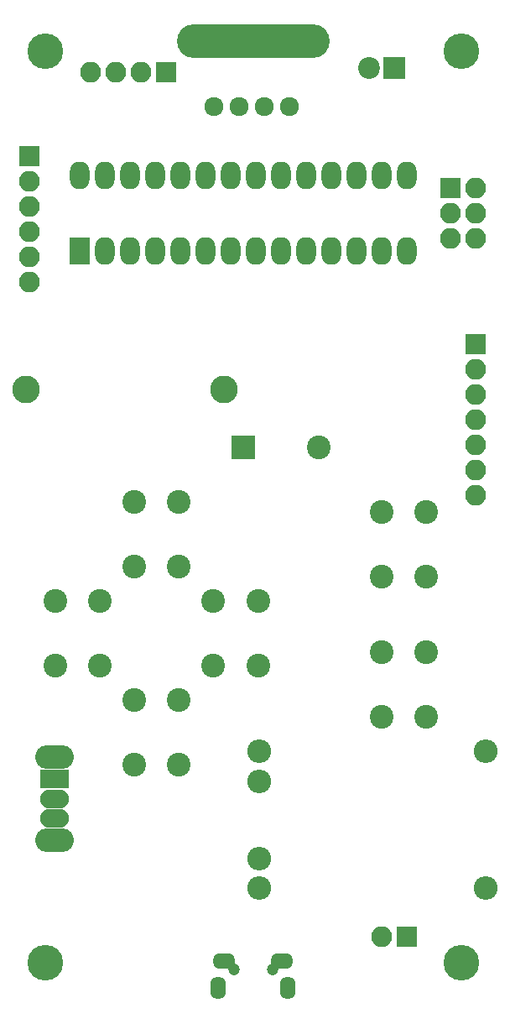
<source format=gbs>
G04 #@! TF.GenerationSoftware,KiCad,Pcbnew,(5.0.0)*
G04 #@! TF.CreationDate,2019-04-09T22:58:22-03:00*
G04 #@! TF.ProjectId,FranzBoy,4672616E7A426F792E6B696361645F70,rev?*
G04 #@! TF.SameCoordinates,Original*
G04 #@! TF.FileFunction,Soldermask,Bot*
G04 #@! TF.FilePolarity,Negative*
%FSLAX46Y46*%
G04 Gerber Fmt 4.6, Leading zero omitted, Abs format (unit mm)*
G04 Created by KiCad (PCBNEW (5.0.0)) date 04/09/19 22:58:22*
%MOMM*%
%LPD*%
G01*
G04 APERTURE LIST*
%ADD10O,2.400000X2.400000*%
%ADD11C,3.600000*%
%ADD12C,2.400000*%
%ADD13R,2.400000X2.400000*%
%ADD14O,2.000000X2.800000*%
%ADD15R,2.000000X2.800000*%
%ADD16O,2.100000X2.100000*%
%ADD17R,2.100000X2.100000*%
%ADD18C,1.924000*%
%ADD19C,2.800000*%
%ADD20R,2.900000X1.900000*%
%ADD21O,2.900000X1.900000*%
%ADD22O,3.900000X2.400000*%
%ADD23O,15.400000X3.400000*%
%ADD24C,2.200000*%
%ADD25R,2.200000X2.200000*%
%ADD26O,1.600000X2.300000*%
%ADD27O,2.300000X1.600000*%
%ADD28C,1.200000*%
G04 APERTURE END LIST*
D10*
G04 #@! TO.C,U3*
X135636000Y-154644000D03*
X135636000Y-157644000D03*
X135636000Y-165444000D03*
X135636000Y-168444000D03*
X158496000Y-154644000D03*
X158496000Y-168444000D03*
G04 #@! TD*
D11*
G04 #@! TO.C,REF\002A\002A*
X156000000Y-176000000D03*
G04 #@! TD*
G04 #@! TO.C,REF\002A\002A*
X114000000Y-176000000D03*
G04 #@! TD*
G04 #@! TO.C,REF\002A\002A*
X114000000Y-84000000D03*
G04 #@! TD*
D12*
G04 #@! TO.C,BZ1*
X141600000Y-124000000D03*
D13*
X134000000Y-124000000D03*
G04 #@! TD*
D14*
G04 #@! TO.C,U1*
X117475000Y-96520000D03*
X150495000Y-104140000D03*
X120015000Y-96520000D03*
X147955000Y-104140000D03*
X122555000Y-96520000D03*
X145415000Y-104140000D03*
X125095000Y-96520000D03*
X142875000Y-104140000D03*
X127635000Y-96520000D03*
X140335000Y-104140000D03*
X130175000Y-96520000D03*
X137795000Y-104140000D03*
X132715000Y-96520000D03*
X135255000Y-104140000D03*
X135255000Y-96520000D03*
X132715000Y-104140000D03*
X137795000Y-96520000D03*
X130175000Y-104140000D03*
X140335000Y-96520000D03*
X127635000Y-104140000D03*
X142875000Y-96520000D03*
X125095000Y-104140000D03*
X145415000Y-96520000D03*
X122555000Y-104140000D03*
X147955000Y-96520000D03*
X120015000Y-104140000D03*
X150495000Y-96520000D03*
D15*
X117475000Y-104140000D03*
G04 #@! TD*
D12*
G04 #@! TO.C,SW1*
X123000000Y-129500000D03*
X127500000Y-129500000D03*
X123000000Y-136000000D03*
X127500000Y-136000000D03*
G04 #@! TD*
G04 #@! TO.C,SW2*
X127500000Y-156000000D03*
X123000000Y-156000000D03*
X127500000Y-149500000D03*
X123000000Y-149500000D03*
G04 #@! TD*
G04 #@! TO.C,SW3*
X115000000Y-139500000D03*
X119500000Y-139500000D03*
X115000000Y-146000000D03*
X119500000Y-146000000D03*
G04 #@! TD*
G04 #@! TO.C,SW4*
X135500000Y-146000000D03*
X131000000Y-146000000D03*
X135500000Y-139500000D03*
X131000000Y-139500000D03*
G04 #@! TD*
G04 #@! TO.C,SW5*
X148000000Y-130500000D03*
X152500000Y-130500000D03*
X148000000Y-137000000D03*
X152500000Y-137000000D03*
G04 #@! TD*
G04 #@! TO.C,SW6*
X152455000Y-151130000D03*
X147955000Y-151130000D03*
X152455000Y-144630000D03*
X147955000Y-144630000D03*
G04 #@! TD*
D16*
G04 #@! TO.C,ISP*
X157480000Y-102870000D03*
X154940000Y-102870000D03*
X157480000Y-100330000D03*
X154940000Y-100330000D03*
X157480000Y-97790000D03*
D17*
X154940000Y-97790000D03*
G04 #@! TD*
D16*
G04 #@! TO.C,J2*
X112395000Y-107315000D03*
X112395000Y-104775000D03*
X112395000Y-102235000D03*
X112395000Y-99695000D03*
X112395000Y-97155000D03*
D17*
X112395000Y-94615000D03*
G04 #@! TD*
D18*
G04 #@! TO.C,LCD1*
X131064000Y-89598500D03*
X133604000Y-89598500D03*
X136144000Y-89598500D03*
X138684000Y-89598500D03*
G04 #@! TD*
D16*
G04 #@! TO.C,J3*
X147955000Y-173355000D03*
D17*
X150495000Y-173355000D03*
G04 #@! TD*
D19*
G04 #@! TO.C,BT1*
X132080000Y-118110000D03*
X112080000Y-118110000D03*
G04 #@! TD*
D20*
G04 #@! TO.C,SW7*
X114935000Y-157416500D03*
D21*
X114935000Y-159416500D03*
X114935000Y-161416500D03*
D22*
X114935000Y-155216500D03*
X114935000Y-163616500D03*
G04 #@! TD*
D11*
G04 #@! TO.C,REF\002A\002A*
X156000000Y-84000000D03*
G04 #@! TD*
D23*
G04 #@! TO.C,REF\002A\002A*
X135000000Y-83000000D03*
G04 #@! TD*
D24*
G04 #@! TO.C,D5*
X146685000Y-85725000D03*
D25*
X149225000Y-85725000D03*
G04 #@! TD*
D16*
G04 #@! TO.C,J5*
X118618000Y-86106000D03*
X121158000Y-86106000D03*
X123698000Y-86106000D03*
D17*
X126238000Y-86106000D03*
G04 #@! TD*
D16*
G04 #@! TO.C,J6*
X157480000Y-128778000D03*
X157480000Y-126238000D03*
X157480000Y-123698000D03*
X157480000Y-121158000D03*
X157480000Y-118618000D03*
X157480000Y-116078000D03*
D17*
X157480000Y-113538000D03*
G04 #@! TD*
D26*
G04 #@! TO.C,J4*
X138501000Y-178529500D03*
X131501000Y-178529500D03*
D27*
X137901000Y-175829500D03*
X132101000Y-175829500D03*
D28*
X136951000Y-176629500D03*
X133051000Y-176629500D03*
G04 #@! TD*
M02*

</source>
